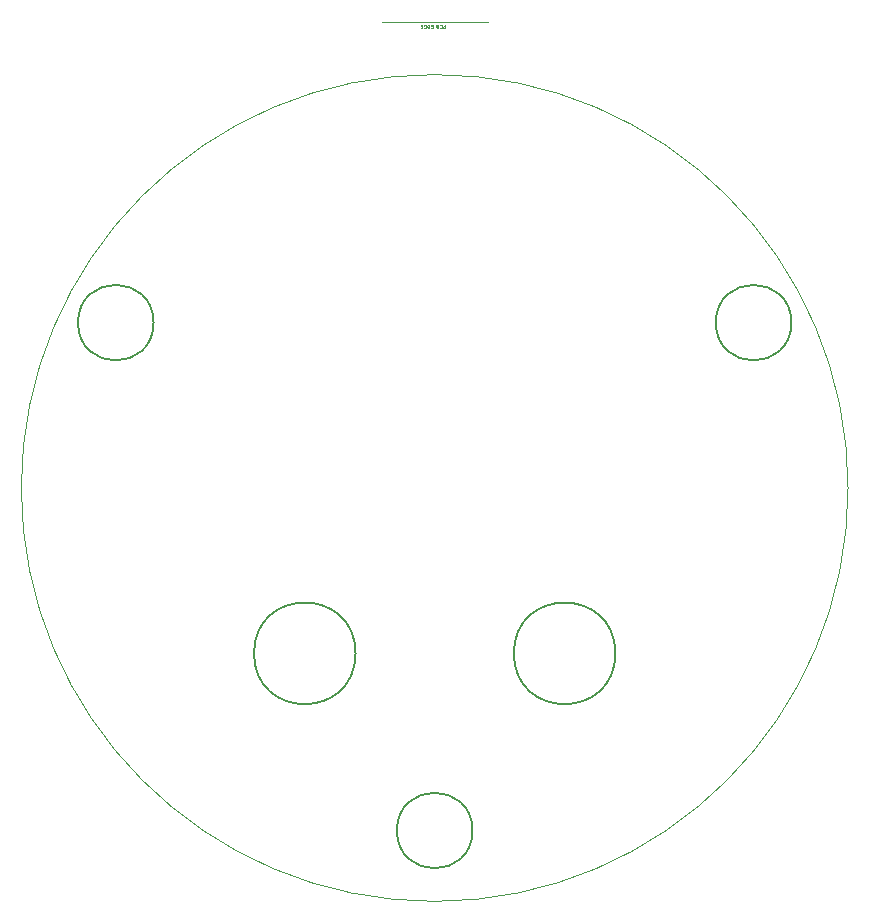
<source format=gbr>
%TF.GenerationSoftware,KiCad,Pcbnew,(7.0.0-0)*%
%TF.CreationDate,2023-03-14T22:07:24-05:00*%
%TF.ProjectId,RP2040_minimal,52503230-3430-45f6-9d69-6e696d616c2e,REV1*%
%TF.SameCoordinates,Original*%
%TF.FileFunction,Other,Comment*%
%FSLAX46Y46*%
G04 Gerber Fmt 4.6, Leading zero omitted, Abs format (unit mm)*
G04 Created by KiCad (PCBNEW (7.0.0-0)) date 2023-03-14 22:07:24*
%MOMM*%
%LPD*%
G01*
G04 APERTURE LIST*
%ADD10C,0.100000*%
%ADD11C,0.037500*%
%ADD12C,0.120000*%
%ADD13C,0.150000*%
G04 APERTURE END LIST*
D10*
X35000000Y0D02*
G75*
G03*
X35000000Y0I-35000000J0D01*
G01*
D11*
%TO.C,P1*%
X903571Y39234715D02*
X903571Y38934715D01*
X903571Y38934715D02*
X789285Y38934715D01*
X789285Y38934715D02*
X760714Y38949000D01*
X760714Y38949000D02*
X746428Y38963286D01*
X746428Y38963286D02*
X732142Y38991858D01*
X732142Y38991858D02*
X732142Y39034715D01*
X732142Y39034715D02*
X746428Y39063286D01*
X746428Y39063286D02*
X760714Y39077572D01*
X760714Y39077572D02*
X789285Y39091858D01*
X789285Y39091858D02*
X903571Y39091858D01*
X432142Y39206143D02*
X446428Y39220429D01*
X446428Y39220429D02*
X489285Y39234715D01*
X489285Y39234715D02*
X517857Y39234715D01*
X517857Y39234715D02*
X560714Y39220429D01*
X560714Y39220429D02*
X589285Y39191858D01*
X589285Y39191858D02*
X603571Y39163286D01*
X603571Y39163286D02*
X617857Y39106143D01*
X617857Y39106143D02*
X617857Y39063286D01*
X617857Y39063286D02*
X603571Y39006143D01*
X603571Y39006143D02*
X589285Y38977572D01*
X589285Y38977572D02*
X560714Y38949000D01*
X560714Y38949000D02*
X517857Y38934715D01*
X517857Y38934715D02*
X489285Y38934715D01*
X489285Y38934715D02*
X446428Y38949000D01*
X446428Y38949000D02*
X432142Y38963286D01*
X203571Y39077572D02*
X160714Y39091858D01*
X160714Y39091858D02*
X146428Y39106143D01*
X146428Y39106143D02*
X132142Y39134715D01*
X132142Y39134715D02*
X132142Y39177572D01*
X132142Y39177572D02*
X146428Y39206143D01*
X146428Y39206143D02*
X160714Y39220429D01*
X160714Y39220429D02*
X189285Y39234715D01*
X189285Y39234715D02*
X303571Y39234715D01*
X303571Y39234715D02*
X303571Y38934715D01*
X303571Y38934715D02*
X203571Y38934715D01*
X203571Y38934715D02*
X175000Y38949000D01*
X175000Y38949000D02*
X160714Y38963286D01*
X160714Y38963286D02*
X146428Y38991858D01*
X146428Y38991858D02*
X146428Y39020429D01*
X146428Y39020429D02*
X160714Y39049000D01*
X160714Y39049000D02*
X175000Y39063286D01*
X175000Y39063286D02*
X203571Y39077572D01*
X203571Y39077572D02*
X303571Y39077572D01*
X-176429Y39077572D02*
X-276429Y39077572D01*
X-319286Y39234715D02*
X-176429Y39234715D01*
X-176429Y39234715D02*
X-176429Y38934715D01*
X-176429Y38934715D02*
X-319286Y38934715D01*
X-447858Y39234715D02*
X-447858Y38934715D01*
X-447858Y38934715D02*
X-519287Y38934715D01*
X-519287Y38934715D02*
X-562144Y38949000D01*
X-562144Y38949000D02*
X-590715Y38977572D01*
X-590715Y38977572D02*
X-605001Y39006143D01*
X-605001Y39006143D02*
X-619287Y39063286D01*
X-619287Y39063286D02*
X-619287Y39106143D01*
X-619287Y39106143D02*
X-605001Y39163286D01*
X-605001Y39163286D02*
X-590715Y39191858D01*
X-590715Y39191858D02*
X-562144Y39220429D01*
X-562144Y39220429D02*
X-519287Y39234715D01*
X-519287Y39234715D02*
X-447858Y39234715D01*
X-905001Y38949000D02*
X-876429Y38934715D01*
X-876429Y38934715D02*
X-833572Y38934715D01*
X-833572Y38934715D02*
X-790715Y38949000D01*
X-790715Y38949000D02*
X-762144Y38977572D01*
X-762144Y38977572D02*
X-747858Y39006143D01*
X-747858Y39006143D02*
X-733572Y39063286D01*
X-733572Y39063286D02*
X-733572Y39106143D01*
X-733572Y39106143D02*
X-747858Y39163286D01*
X-747858Y39163286D02*
X-762144Y39191858D01*
X-762144Y39191858D02*
X-790715Y39220429D01*
X-790715Y39220429D02*
X-833572Y39234715D01*
X-833572Y39234715D02*
X-862144Y39234715D01*
X-862144Y39234715D02*
X-905001Y39220429D01*
X-905001Y39220429D02*
X-919287Y39206143D01*
X-919287Y39206143D02*
X-919287Y39106143D01*
X-919287Y39106143D02*
X-862144Y39106143D01*
X-1047858Y39077572D02*
X-1147858Y39077572D01*
X-1190715Y39234715D02*
X-1047858Y39234715D01*
X-1047858Y39234715D02*
X-1047858Y38934715D01*
X-1047858Y38934715D02*
X-1190715Y38934715D01*
D12*
X4500000Y39450000D02*
X-4500000Y39450000D01*
D13*
%TO.C,H3*%
X3200000Y-29000000D02*
G75*
G03*
X3200000Y-29000000I-3200000J0D01*
G01*
%TO.C,H2*%
X-23800000Y14000000D02*
G75*
G03*
X-23800000Y14000000I-3200000J0D01*
G01*
%TO.C,H1*%
X30200000Y14000000D02*
G75*
G03*
X30200000Y14000000I-3200000J0D01*
G01*
%TO.C,H4*%
X-6700000Y-14000000D02*
G75*
G03*
X-6700000Y-14000000I-4300000J0D01*
G01*
%TO.C,H5*%
X15300000Y-14000000D02*
G75*
G03*
X15300000Y-14000000I-4300000J0D01*
G01*
%TD*%
M02*

</source>
